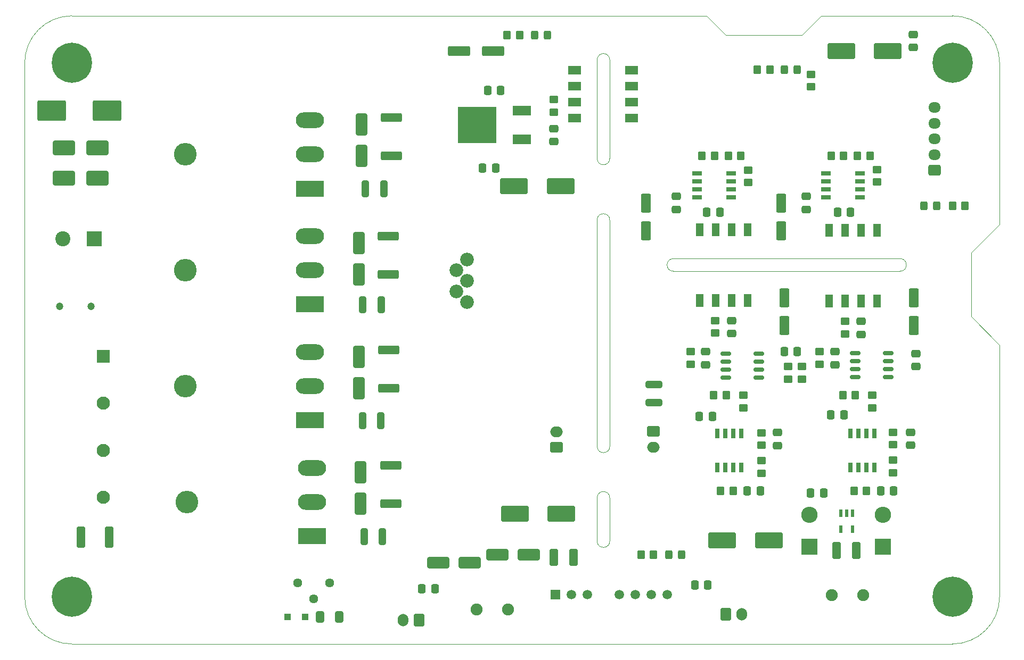
<source format=gbr>
G04 #@! TF.GenerationSoftware,KiCad,Pcbnew,7.0.7+dfsg-1*
G04 #@! TF.CreationDate,2024-12-03T08:15:38+01:00*
G04 #@! TF.ProjectId,evoIII-pulseboard,65766f49-4949-42d7-9075-6c7365626f61,rev?*
G04 #@! TF.SameCoordinates,Original*
G04 #@! TF.FileFunction,Soldermask,Top*
G04 #@! TF.FilePolarity,Negative*
%FSLAX46Y46*%
G04 Gerber Fmt 4.6, Leading zero omitted, Abs format (unit mm)*
G04 Created by KiCad (PCBNEW 7.0.7+dfsg-1) date 2024-12-03 08:15:38*
%MOMM*%
%LPD*%
G01*
G04 APERTURE LIST*
G04 Aperture macros list*
%AMRoundRect*
0 Rectangle with rounded corners*
0 $1 Rounding radius*
0 $2 $3 $4 $5 $6 $7 $8 $9 X,Y pos of 4 corners*
0 Add a 4 corners polygon primitive as box body*
4,1,4,$2,$3,$4,$5,$6,$7,$8,$9,$2,$3,0*
0 Add four circle primitives for the rounded corners*
1,1,$1+$1,$2,$3*
1,1,$1+$1,$4,$5*
1,1,$1+$1,$6,$7*
1,1,$1+$1,$8,$9*
0 Add four rect primitives between the rounded corners*
20,1,$1+$1,$2,$3,$4,$5,0*
20,1,$1+$1,$4,$5,$6,$7,0*
20,1,$1+$1,$6,$7,$8,$9,0*
20,1,$1+$1,$8,$9,$2,$3,0*%
G04 Aperture macros list end*
%ADD10RoundRect,0.250000X-0.450000X0.350000X-0.450000X-0.350000X0.450000X-0.350000X0.450000X0.350000X0*%
%ADD11RoundRect,0.250000X0.337500X0.475000X-0.337500X0.475000X-0.337500X-0.475000X0.337500X-0.475000X0*%
%ADD12RoundRect,0.250000X0.475000X-0.337500X0.475000X0.337500X-0.475000X0.337500X-0.475000X-0.337500X0*%
%ADD13RoundRect,0.250000X0.350000X0.450000X-0.350000X0.450000X-0.350000X-0.450000X0.350000X-0.450000X0*%
%ADD14RoundRect,0.250000X0.550000X-1.250000X0.550000X1.250000X-0.550000X1.250000X-0.550000X-1.250000X0*%
%ADD15RoundRect,0.250000X-1.950000X-1.000000X1.950000X-1.000000X1.950000X1.000000X-1.950000X1.000000X0*%
%ADD16R,0.650000X1.525000*%
%ADD17RoundRect,0.249999X1.425001X-0.450001X1.425001X0.450001X-1.425001X0.450001X-1.425001X-0.450001X0*%
%ADD18RoundRect,0.250000X0.600000X0.750000X-0.600000X0.750000X-0.600000X-0.750000X0.600000X-0.750000X0*%
%ADD19O,1.700000X2.000000*%
%ADD20R,2.100000X1.450000*%
%ADD21R,1.300000X2.050000*%
%ADD22RoundRect,0.250000X-0.312500X-1.075000X0.312500X-1.075000X0.312500X1.075000X-0.312500X1.075000X0*%
%ADD23RoundRect,0.250000X-0.400000X-1.450000X0.400000X-1.450000X0.400000X1.450000X-0.400000X1.450000X0*%
%ADD24RoundRect,0.250000X-0.600000X-0.750000X0.600000X-0.750000X0.600000X0.750000X-0.600000X0.750000X0*%
%ADD25C,0.800000*%
%ADD26C,6.400000*%
%ADD27RoundRect,0.250000X0.412500X1.100000X-0.412500X1.100000X-0.412500X-1.100000X0.412500X-1.100000X0*%
%ADD28RoundRect,0.150000X-0.675000X-0.150000X0.675000X-0.150000X0.675000X0.150000X-0.675000X0.150000X0*%
%ADD29RoundRect,0.250000X0.450000X-0.350000X0.450000X0.350000X-0.450000X0.350000X-0.450000X-0.350000X0*%
%ADD30R,2.100000X2.100000*%
%ADD31C,2.100000*%
%ADD32RoundRect,0.250000X-0.350000X-0.450000X0.350000X-0.450000X0.350000X0.450000X-0.350000X0.450000X0*%
%ADD33RoundRect,0.250000X-0.412500X-0.650000X0.412500X-0.650000X0.412500X0.650000X-0.412500X0.650000X0*%
%ADD34RoundRect,0.250000X0.750000X-0.600000X0.750000X0.600000X-0.750000X0.600000X-0.750000X-0.600000X0*%
%ADD35O,2.000000X1.700000*%
%ADD36RoundRect,0.250000X1.500000X0.650000X-1.500000X0.650000X-1.500000X-0.650000X1.500000X-0.650000X0*%
%ADD37RoundRect,0.250000X-0.337500X-0.475000X0.337500X-0.475000X0.337500X0.475000X-0.337500X0.475000X0*%
%ADD38RoundRect,0.250000X1.950000X1.000000X-1.950000X1.000000X-1.950000X-1.000000X1.950000X-1.000000X0*%
%ADD39R,0.600000X1.200000*%
%ADD40C,1.200000*%
%ADD41RoundRect,0.250000X0.325000X0.450000X-0.325000X0.450000X-0.325000X-0.450000X0.325000X-0.450000X0*%
%ADD42R,3.000000X1.600000*%
%ADD43R,6.200000X5.800000*%
%ADD44RoundRect,0.250000X-0.650000X1.500000X-0.650000X-1.500000X0.650000X-1.500000X0.650000X1.500000X0*%
%ADD45RoundRect,0.250000X1.500000X0.900000X-1.500000X0.900000X-1.500000X-0.900000X1.500000X-0.900000X0*%
%ADD46C,2.175000*%
%ADD47RoundRect,0.250000X-1.075000X0.312500X-1.075000X-0.312500X1.075000X-0.312500X1.075000X0.312500X0*%
%ADD48RoundRect,0.250000X-0.475000X0.337500X-0.475000X-0.337500X0.475000X-0.337500X0.475000X0.337500X0*%
%ADD49RoundRect,0.250000X0.725000X-0.600000X0.725000X0.600000X-0.725000X0.600000X-0.725000X-0.600000X0*%
%ADD50O,1.950000X1.700000*%
%ADD51R,2.600000X2.600000*%
%ADD52O,2.600000X2.600000*%
%ADD53RoundRect,0.250000X-0.412500X-1.100000X0.412500X-1.100000X0.412500X1.100000X-0.412500X1.100000X0*%
%ADD54RoundRect,0.250000X-0.325000X-0.450000X0.325000X-0.450000X0.325000X0.450000X-0.325000X0.450000X0*%
%ADD55R,1.525000X0.650000*%
%ADD56C,1.905000*%
%ADD57RoundRect,0.250000X1.500000X0.550000X-1.500000X0.550000X-1.500000X-0.550000X1.500000X-0.550000X0*%
%ADD58RoundRect,0.250000X-2.000000X1.400000X-2.000000X-1.400000X2.000000X-1.400000X2.000000X1.400000X0*%
%ADD59R,2.400000X2.400000*%
%ADD60C,2.400000*%
%ADD61RoundRect,0.250000X-1.500000X-0.650000X1.500000X-0.650000X1.500000X0.650000X-1.500000X0.650000X0*%
%ADD62RoundRect,0.250000X-0.750000X0.600000X-0.750000X-0.600000X0.750000X-0.600000X0.750000X0.600000X0*%
%ADD63RoundRect,0.250000X0.300000X0.300000X-0.300000X0.300000X-0.300000X-0.300000X0.300000X-0.300000X0*%
%ADD64C,1.440000*%
%ADD65RoundRect,0.250000X-0.550000X1.250000X-0.550000X-1.250000X0.550000X-1.250000X0.550000X1.250000X0*%
%ADD66R,1.500000X1.500000*%
%ADD67C,1.500000*%
%ADD68O,3.600000X3.600000*%
%ADD69R,4.500000X2.500000*%
%ADD70O,4.500000X2.500000*%
G04 #@! TA.AperFunction,Profile*
%ADD71C,0.100000*%
G04 #@! TD*
G04 APERTURE END LIST*
D10*
X334634800Y-163312700D03*
X334634800Y-165312700D03*
D11*
X328000000Y-123750000D03*
X325925000Y-123750000D03*
D12*
X350520000Y-143197400D03*
X350520000Y-141122400D03*
D13*
X347720000Y-114812500D03*
X345720000Y-114812500D03*
D14*
X338300000Y-141800000D03*
X338300000Y-137400000D03*
D15*
X328390000Y-176000000D03*
X335790000Y-176000000D03*
D16*
X348808000Y-164430000D03*
X350078000Y-164430000D03*
X351348000Y-164430000D03*
X352618000Y-164430000D03*
X352618000Y-159006000D03*
X351348000Y-159006000D03*
X350078000Y-159006000D03*
X348808000Y-159006000D03*
D17*
X275307800Y-133648000D03*
X275307800Y-127548000D03*
D18*
X280200000Y-188740000D03*
D19*
X277700000Y-188740000D03*
D10*
X342490000Y-101800000D03*
X342490000Y-103800000D03*
D20*
X313985000Y-108810000D03*
X313985000Y-106270000D03*
X313985000Y-103730000D03*
X313985000Y-101190000D03*
X304885000Y-101190000D03*
X304885000Y-103730000D03*
X304885000Y-106270000D03*
X304885000Y-108810000D03*
D21*
X345379000Y-137879000D03*
X347919000Y-137879000D03*
X350459000Y-137879000D03*
X352999000Y-137879000D03*
X352999000Y-126629000D03*
X350459000Y-126629000D03*
X347919000Y-126629000D03*
X345379000Y-126629000D03*
D22*
X271460500Y-175387000D03*
X274385500Y-175387000D03*
D23*
X226450000Y-175514000D03*
X230900000Y-175514000D03*
D24*
X329000000Y-187750000D03*
D19*
X331500000Y-187750000D03*
D25*
X222600000Y-185000000D03*
X223302944Y-183302944D03*
X223302944Y-186697056D03*
X225000000Y-182600000D03*
D26*
X225000000Y-185000000D03*
D25*
X225000000Y-187400000D03*
X226697056Y-183302944D03*
X226697056Y-186697056D03*
X227400000Y-185000000D03*
D11*
X293192200Y-104343200D03*
X291117200Y-104343200D03*
X347751400Y-156050000D03*
X345676400Y-156050000D03*
D13*
X327170000Y-114816000D03*
X325170000Y-114816000D03*
D25*
X222600000Y-100000000D03*
X223302944Y-98302944D03*
X223302944Y-101697056D03*
X225000000Y-97600000D03*
D26*
X225000000Y-100000000D03*
D25*
X225000000Y-102400000D03*
X226697056Y-98302944D03*
X226697056Y-101697056D03*
X227400000Y-100000000D03*
D27*
X349720000Y-177639000D03*
X346595000Y-177639000D03*
D12*
X346302200Y-148045000D03*
X346302200Y-145970000D03*
X325779000Y-148054400D03*
X325779000Y-145979400D03*
D28*
X328970600Y-146249400D03*
X328970600Y-147519400D03*
X328970600Y-148789400D03*
X328970600Y-150059400D03*
X334220600Y-150059400D03*
X334220600Y-148789400D03*
X334220600Y-147519400D03*
X334220600Y-146249400D03*
D17*
X275824000Y-114808000D03*
X275824000Y-108708000D03*
D29*
X301610000Y-107830000D03*
X301610000Y-105830000D03*
D10*
X343889200Y-145976600D03*
X343889200Y-147976600D03*
D13*
X296180000Y-95570000D03*
X294180000Y-95570000D03*
D30*
X230022400Y-146685000D03*
D31*
X230022400Y-154185000D03*
X230022400Y-161685000D03*
X230022400Y-169185000D03*
D10*
X331764600Y-152929600D03*
X331764600Y-154929600D03*
D29*
X341100000Y-150350000D03*
X341100000Y-148350000D03*
D32*
X365000000Y-122750000D03*
X367000000Y-122750000D03*
D33*
X264417500Y-188200000D03*
X267542500Y-188200000D03*
D34*
X302030000Y-161224600D03*
D35*
X302030000Y-158724600D03*
D36*
X288290000Y-179578000D03*
X283290000Y-179578000D03*
D37*
X342476000Y-168450000D03*
X344551000Y-168450000D03*
D13*
X351920000Y-114822500D03*
X349920000Y-114822500D03*
D38*
X354750000Y-98125000D03*
X347350000Y-98125000D03*
D39*
X349130000Y-171710000D03*
X348180000Y-171710000D03*
X347230000Y-171710000D03*
X347230000Y-174210000D03*
X349130000Y-174210000D03*
D40*
X223080000Y-138709400D03*
X228080000Y-138709400D03*
D15*
X295310000Y-119630000D03*
X302710000Y-119630000D03*
D10*
X347903800Y-141122400D03*
X347903800Y-143122400D03*
X353021000Y-116962500D03*
X353021000Y-118962500D03*
D28*
X349519200Y-146224000D03*
X349519200Y-147494000D03*
X349519200Y-148764000D03*
X349519200Y-150034000D03*
X354769200Y-150034000D03*
X354769200Y-148764000D03*
X354769200Y-147494000D03*
X354769200Y-146224000D03*
D11*
X326125000Y-183150000D03*
X324050000Y-183150000D03*
D41*
X321945000Y-178294000D03*
X319895000Y-178294000D03*
D42*
X296509600Y-112190800D03*
D43*
X289409600Y-109905800D03*
D42*
X296509600Y-107620800D03*
D10*
X327300000Y-141020800D03*
X327300000Y-143020800D03*
D44*
X271074200Y-109802000D03*
X271074200Y-114802000D03*
D45*
X229090200Y-118338600D03*
X223690200Y-118338600D03*
D13*
X329046800Y-152904200D03*
X327046800Y-152904200D03*
D37*
X324750000Y-156250000D03*
X326825000Y-156250000D03*
D46*
X287831000Y-138096200D03*
X286131000Y-136396200D03*
X287831000Y-134696200D03*
X286131000Y-132996200D03*
X287831000Y-131296200D03*
D47*
X317575000Y-151179600D03*
X317575000Y-154104600D03*
D32*
X349350000Y-168100000D03*
X351350000Y-168100000D03*
D44*
X270634200Y-128680200D03*
X270634200Y-133680200D03*
D48*
X337174800Y-158851700D03*
X337174800Y-160926700D03*
X359200000Y-146262500D03*
X359200000Y-148337500D03*
D10*
X352287800Y-152920200D03*
X352287800Y-154920200D03*
X334634800Y-158867700D03*
X334634800Y-160867700D03*
D48*
X321100000Y-121250000D03*
X321100000Y-123325000D03*
D12*
X358750000Y-97537500D03*
X358750000Y-95462500D03*
X329920600Y-143095800D03*
X329920600Y-141020800D03*
D49*
X362150000Y-117100000D03*
D50*
X362150000Y-114600000D03*
X362150000Y-112100000D03*
X362150000Y-109600000D03*
X362150000Y-107100000D03*
D10*
X355539000Y-158797000D03*
X355539000Y-160797000D03*
D51*
X342277000Y-177004000D03*
D52*
X342277000Y-171924000D03*
D53*
X301611900Y-178689000D03*
X304736900Y-178689000D03*
D22*
X271206500Y-156942250D03*
X274131500Y-156942250D03*
D54*
X338260000Y-101040000D03*
X340310000Y-101040000D03*
D44*
X270919200Y-165199200D03*
X270919200Y-170199200D03*
D55*
X350272000Y-121428500D03*
X350272000Y-120158500D03*
X350272000Y-118888500D03*
X350272000Y-117618500D03*
X344848000Y-117618500D03*
X344848000Y-118888500D03*
X344848000Y-120158500D03*
X344848000Y-121428500D03*
D56*
X345833000Y-184766000D03*
X350833000Y-184766000D03*
D48*
X301640000Y-110450000D03*
X301640000Y-112525000D03*
D45*
X229090200Y-113512600D03*
X223690200Y-113512600D03*
D37*
X332389100Y-168093400D03*
X334464100Y-168093400D03*
D22*
X271272000Y-138510050D03*
X274197000Y-138510050D03*
D21*
X324830400Y-137842000D03*
X327370400Y-137842000D03*
X329910400Y-137842000D03*
X332450400Y-137842000D03*
X332450400Y-126592000D03*
X329910400Y-126592000D03*
X327370400Y-126592000D03*
X324830400Y-126592000D03*
D44*
X270634200Y-146774600D03*
X270634200Y-151774600D03*
D15*
X295410400Y-171754800D03*
X302810400Y-171754800D03*
D25*
X362600000Y-100000000D03*
X363302944Y-98302944D03*
X363302944Y-101697056D03*
X365000000Y-97600000D03*
D26*
X365000000Y-100000000D03*
D25*
X365000000Y-102400000D03*
X366697056Y-98302944D03*
X366697056Y-101697056D03*
X367400000Y-100000000D03*
D57*
X291970000Y-98110000D03*
X286570000Y-98110000D03*
D58*
X230612400Y-107594400D03*
X221812400Y-107594400D03*
D11*
X348787500Y-123750000D03*
X346712500Y-123750000D03*
D10*
X355539000Y-163242000D03*
X355539000Y-165242000D03*
D37*
X280662500Y-183680000D03*
X282737500Y-183680000D03*
D59*
X228574600Y-128016000D03*
D60*
X223574600Y-128016000D03*
D14*
X358900000Y-141800000D03*
X358900000Y-137400000D03*
D13*
X331380000Y-114786000D03*
X329380000Y-114786000D03*
X317475000Y-178294000D03*
X315475000Y-178294000D03*
D61*
X292688000Y-178308000D03*
X297688000Y-178308000D03*
D11*
X292395000Y-116700000D03*
X290320000Y-116700000D03*
D62*
X317490000Y-158684600D03*
D35*
X317490000Y-161184600D03*
D54*
X360450000Y-122750000D03*
X362500000Y-122750000D03*
D48*
X341750000Y-121250000D03*
X341750000Y-123325000D03*
D63*
X262060000Y-188170000D03*
X259260000Y-188170000D03*
D17*
X275409400Y-151793200D03*
X275409400Y-145693200D03*
D22*
X271653000Y-120056650D03*
X274578000Y-120056650D03*
D37*
X353589100Y-168100000D03*
X355664100Y-168100000D03*
D64*
X265970000Y-182775000D03*
X263430000Y-185315000D03*
X260890000Y-182775000D03*
D65*
X337750000Y-122300000D03*
X337750000Y-126700000D03*
D32*
X333960000Y-101040000D03*
X335960000Y-101040000D03*
D66*
X301880000Y-184670000D03*
D67*
X304420000Y-184670000D03*
X306960000Y-184670000D03*
X312040000Y-184670000D03*
X314580000Y-184670000D03*
X317120000Y-184670000D03*
X319660000Y-184670000D03*
D48*
X358333000Y-158797000D03*
X358333000Y-160872000D03*
D41*
X300612500Y-95570000D03*
X298562500Y-95570000D03*
D10*
X338900000Y-148350000D03*
X338900000Y-150350000D03*
D13*
X349570000Y-152894800D03*
X347570000Y-152894800D03*
D51*
X353961000Y-177004000D03*
D52*
X353961000Y-171924000D03*
D32*
X328150000Y-168093400D03*
X330150000Y-168093400D03*
D17*
X275745200Y-170180000D03*
X275745200Y-164080000D03*
D25*
X362600000Y-185000000D03*
X363302944Y-183302944D03*
X363302944Y-186697056D03*
X365000000Y-182600000D03*
D26*
X365000000Y-185000000D03*
D25*
X365000000Y-187400000D03*
X366697056Y-183302944D03*
X366697056Y-186697056D03*
X367400000Y-185000000D03*
D11*
X340337500Y-145950000D03*
X338262500Y-145950000D03*
D10*
X323366000Y-145986000D03*
X323366000Y-147986000D03*
D56*
X289314900Y-186972500D03*
X294314900Y-186972500D03*
D16*
X327649800Y-164423200D03*
X328919800Y-164423200D03*
X330189800Y-164423200D03*
X331459800Y-164423200D03*
X331459800Y-158999200D03*
X330189800Y-158999200D03*
X328919800Y-158999200D03*
X327649800Y-158999200D03*
D10*
X332500000Y-117036000D03*
X332500000Y-119036000D03*
D55*
X329783400Y-121405000D03*
X329783400Y-120135000D03*
X329783400Y-118865000D03*
X329783400Y-117595000D03*
X324359400Y-117595000D03*
X324359400Y-118865000D03*
X324359400Y-120135000D03*
X324359400Y-121405000D03*
D65*
X316250000Y-122300000D03*
X316250000Y-126700000D03*
D68*
X243010000Y-114550000D03*
D69*
X262870000Y-120000000D03*
D70*
X262870000Y-114550000D03*
X262870000Y-109100000D03*
D68*
X243315000Y-169900000D03*
D69*
X263175000Y-175350000D03*
D70*
X263175000Y-169900000D03*
X263175000Y-164450000D03*
D68*
X243030000Y-133000000D03*
D69*
X262890000Y-138450000D03*
D70*
X262890000Y-133000000D03*
X262890000Y-127550000D03*
D68*
X243030000Y-151450000D03*
D69*
X262890000Y-156900000D03*
D70*
X262890000Y-151450000D03*
X262890000Y-146000000D03*
D71*
X217500000Y-185000000D02*
X217500000Y-100000000D01*
X308515873Y-169241000D02*
X308515873Y-176126000D01*
X225000000Y-92500000D02*
G75*
G03*
X217500000Y-100000000I0J-7500000D01*
G01*
X308515873Y-125000000D02*
X308515873Y-161050000D01*
X365000000Y-192500000D02*
X225000000Y-192500000D01*
X325907400Y-92500000D02*
X328987600Y-95580200D01*
X356681400Y-133154200D02*
G75*
G03*
X356681400Y-131154000I0J1000100D01*
G01*
X217500000Y-185000000D02*
G75*
G03*
X225000000Y-192500000I7500000J0D01*
G01*
X310516127Y-169241000D02*
X310516127Y-176126000D01*
X320631400Y-133158254D02*
X356681400Y-133158254D01*
X328987600Y-95580200D02*
X341045800Y-95580200D01*
X372500000Y-100000000D02*
G75*
G03*
X365000000Y-92500000I-7500000J0D01*
G01*
X320631400Y-131157946D02*
G75*
G03*
X320631400Y-133158254I0J-1000154D01*
G01*
X308519873Y-161050000D02*
G75*
G03*
X310520127Y-161050000I1000127J0D01*
G01*
X308515873Y-176126000D02*
G75*
G03*
X310516127Y-176126000I1000127J0D01*
G01*
X308515873Y-115208873D02*
G75*
G03*
X310516127Y-115208873I1000127J0D01*
G01*
X225000000Y-92500000D02*
X325907400Y-92500000D01*
X365000000Y-192500000D02*
G75*
G03*
X372500000Y-185000000I0J7500000D01*
G01*
X310516127Y-99500000D02*
G75*
G03*
X309516000Y-98499873I-1000127J0D01*
G01*
X356681400Y-131154000D02*
X320631400Y-131154000D01*
X309516000Y-98499873D02*
G75*
G03*
X308515873Y-99500000I0J-1000127D01*
G01*
X372499673Y-125670327D02*
X367990000Y-130180000D01*
X372500000Y-100000000D02*
X372500000Y-125670000D01*
X372500000Y-185000000D02*
X372500000Y-144900000D01*
X310516127Y-169241000D02*
G75*
G03*
X308515873Y-169241000I-1000127J0D01*
G01*
X367990000Y-130180000D02*
X367990000Y-140390000D01*
X310516127Y-125000000D02*
G75*
G03*
X308515873Y-125000000I-1000127J0D01*
G01*
X367990000Y-140390000D02*
X372500055Y-144900055D01*
X308515873Y-115208873D02*
X308515873Y-99500000D01*
X344126000Y-92500000D02*
X365000000Y-92500000D01*
X310520127Y-161050000D02*
X310520127Y-125000000D01*
X341045800Y-95580200D02*
X344126000Y-92500000D01*
X310516127Y-99500000D02*
X310516127Y-115208873D01*
M02*

</source>
